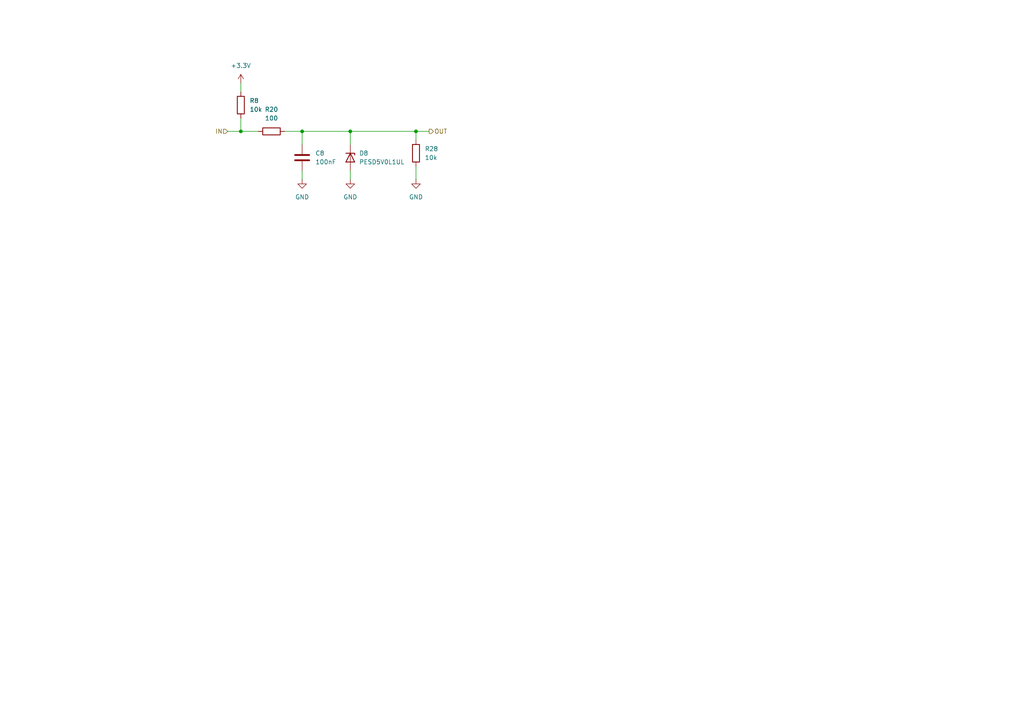
<source format=kicad_sch>
(kicad_sch
	(version 20250114)
	(generator "eeschema")
	(generator_version "9.0")
	(uuid "ee6ccbaf-746a-48cf-a995-1f83cf2486d0")
	(paper "A4")
	(lib_symbols
		(symbol "Device:C"
			(pin_numbers
				(hide yes)
			)
			(pin_names
				(offset 0.254)
			)
			(exclude_from_sim no)
			(in_bom yes)
			(on_board yes)
			(property "Reference" "C"
				(at 0.635 2.54 0)
				(effects
					(font
						(size 1.27 1.27)
					)
					(justify left)
				)
			)
			(property "Value" "C"
				(at 0.635 -2.54 0)
				(effects
					(font
						(size 1.27 1.27)
					)
					(justify left)
				)
			)
			(property "Footprint" ""
				(at 0.9652 -3.81 0)
				(effects
					(font
						(size 1.27 1.27)
					)
					(hide yes)
				)
			)
			(property "Datasheet" "~"
				(at 0 0 0)
				(effects
					(font
						(size 1.27 1.27)
					)
					(hide yes)
				)
			)
			(property "Description" "Unpolarized capacitor"
				(at 0 0 0)
				(effects
					(font
						(size 1.27 1.27)
					)
					(hide yes)
				)
			)
			(property "ki_keywords" "cap capacitor"
				(at 0 0 0)
				(effects
					(font
						(size 1.27 1.27)
					)
					(hide yes)
				)
			)
			(property "ki_fp_filters" "C_*"
				(at 0 0 0)
				(effects
					(font
						(size 1.27 1.27)
					)
					(hide yes)
				)
			)
			(symbol "C_0_1"
				(polyline
					(pts
						(xy -2.032 0.762) (xy 2.032 0.762)
					)
					(stroke
						(width 0.508)
						(type default)
					)
					(fill
						(type none)
					)
				)
				(polyline
					(pts
						(xy -2.032 -0.762) (xy 2.032 -0.762)
					)
					(stroke
						(width 0.508)
						(type default)
					)
					(fill
						(type none)
					)
				)
			)
			(symbol "C_1_1"
				(pin passive line
					(at 0 3.81 270)
					(length 2.794)
					(name "~"
						(effects
							(font
								(size 1.27 1.27)
							)
						)
					)
					(number "1"
						(effects
							(font
								(size 1.27 1.27)
							)
						)
					)
				)
				(pin passive line
					(at 0 -3.81 90)
					(length 2.794)
					(name "~"
						(effects
							(font
								(size 1.27 1.27)
							)
						)
					)
					(number "2"
						(effects
							(font
								(size 1.27 1.27)
							)
						)
					)
				)
			)
			(embedded_fonts no)
		)
		(symbol "Device:R"
			(pin_numbers
				(hide yes)
			)
			(pin_names
				(offset 0)
			)
			(exclude_from_sim no)
			(in_bom yes)
			(on_board yes)
			(property "Reference" "R"
				(at 2.032 0 90)
				(effects
					(font
						(size 1.27 1.27)
					)
				)
			)
			(property "Value" "R"
				(at 0 0 90)
				(effects
					(font
						(size 1.27 1.27)
					)
				)
			)
			(property "Footprint" ""
				(at -1.778 0 90)
				(effects
					(font
						(size 1.27 1.27)
					)
					(hide yes)
				)
			)
			(property "Datasheet" "~"
				(at 0 0 0)
				(effects
					(font
						(size 1.27 1.27)
					)
					(hide yes)
				)
			)
			(property "Description" "Resistor"
				(at 0 0 0)
				(effects
					(font
						(size 1.27 1.27)
					)
					(hide yes)
				)
			)
			(property "ki_keywords" "R res resistor"
				(at 0 0 0)
				(effects
					(font
						(size 1.27 1.27)
					)
					(hide yes)
				)
			)
			(property "ki_fp_filters" "R_*"
				(at 0 0 0)
				(effects
					(font
						(size 1.27 1.27)
					)
					(hide yes)
				)
			)
			(symbol "R_0_1"
				(rectangle
					(start -1.016 -2.54)
					(end 1.016 2.54)
					(stroke
						(width 0.254)
						(type default)
					)
					(fill
						(type none)
					)
				)
			)
			(symbol "R_1_1"
				(pin passive line
					(at 0 3.81 270)
					(length 1.27)
					(name "~"
						(effects
							(font
								(size 1.27 1.27)
							)
						)
					)
					(number "1"
						(effects
							(font
								(size 1.27 1.27)
							)
						)
					)
				)
				(pin passive line
					(at 0 -3.81 90)
					(length 1.27)
					(name "~"
						(effects
							(font
								(size 1.27 1.27)
							)
						)
					)
					(number "2"
						(effects
							(font
								(size 1.27 1.27)
							)
						)
					)
				)
			)
			(embedded_fonts no)
		)
		(symbol "Diode:PESD5V0L1UL"
			(pin_numbers
				(hide yes)
			)
			(pin_names
				(hide yes)
			)
			(exclude_from_sim no)
			(in_bom yes)
			(on_board yes)
			(property "Reference" "D"
				(at 0 2.54 0)
				(effects
					(font
						(size 1.27 1.27)
					)
				)
			)
			(property "Value" "PESD5V0L1UL"
				(at 0 -2.54 0)
				(effects
					(font
						(size 1.27 1.27)
					)
				)
			)
			(property "Footprint" "Diode_SMD:D_SOD-882"
				(at 0 -5.08 0)
				(effects
					(font
						(size 1.27 1.27)
					)
					(hide yes)
				)
			)
			(property "Datasheet" "https://assets.nexperia.com/documents/data-sheet/PESD5V0L1UL.pdf"
				(at 0 5.08 0)
				(effects
					(font
						(size 1.27 1.27)
					)
					(hide yes)
				)
			)
			(property "Description" "Low capacitance unidirectional ESD protection diode, 5V, SOD-882"
				(at 0 7.62 0)
				(effects
					(font
						(size 1.27 1.27)
					)
					(hide yes)
				)
			)
			(property "ki_keywords" "diode"
				(at 0 0 0)
				(effects
					(font
						(size 1.27 1.27)
					)
					(hide yes)
				)
			)
			(property "ki_fp_filters" "D*SOD?882"
				(at 0 0 0)
				(effects
					(font
						(size 1.27 1.27)
					)
					(hide yes)
				)
			)
			(symbol "PESD5V0L1UL_0_1"
				(polyline
					(pts
						(xy -1.27 -1.27) (xy -1.27 1.27) (xy -0.762 1.27)
					)
					(stroke
						(width 0.254)
						(type default)
					)
					(fill
						(type none)
					)
				)
				(polyline
					(pts
						(xy 1.27 0) (xy -1.27 0)
					)
					(stroke
						(width 0)
						(type default)
					)
					(fill
						(type none)
					)
				)
				(polyline
					(pts
						(xy 1.27 -1.27) (xy 1.27 1.27) (xy -1.27 0) (xy 1.27 -1.27)
					)
					(stroke
						(width 0.254)
						(type default)
					)
					(fill
						(type none)
					)
				)
			)
			(symbol "PESD5V0L1UL_1_1"
				(pin passive line
					(at -3.81 0 0)
					(length 2.54)
					(name "K"
						(effects
							(font
								(size 1.27 1.27)
							)
						)
					)
					(number "1"
						(effects
							(font
								(size 1.27 1.27)
							)
						)
					)
				)
				(pin passive line
					(at 3.81 0 180)
					(length 2.54)
					(name "A"
						(effects
							(font
								(size 1.27 1.27)
							)
						)
					)
					(number "2"
						(effects
							(font
								(size 1.27 1.27)
							)
						)
					)
				)
			)
			(embedded_fonts no)
		)
		(symbol "power:+3.3V"
			(power)
			(pin_numbers
				(hide yes)
			)
			(pin_names
				(offset 0)
				(hide yes)
			)
			(exclude_from_sim no)
			(in_bom yes)
			(on_board yes)
			(property "Reference" "#PWR"
				(at 0 -3.81 0)
				(effects
					(font
						(size 1.27 1.27)
					)
					(hide yes)
				)
			)
			(property "Value" "+3.3V"
				(at 0 3.556 0)
				(effects
					(font
						(size 1.27 1.27)
					)
				)
			)
			(property "Footprint" ""
				(at 0 0 0)
				(effects
					(font
						(size 1.27 1.27)
					)
					(hide yes)
				)
			)
			(property "Datasheet" ""
				(at 0 0 0)
				(effects
					(font
						(size 1.27 1.27)
					)
					(hide yes)
				)
			)
			(property "Description" "Power symbol creates a global label with name \"+3.3V\""
				(at 0 0 0)
				(effects
					(font
						(size 1.27 1.27)
					)
					(hide yes)
				)
			)
			(property "ki_keywords" "global power"
				(at 0 0 0)
				(effects
					(font
						(size 1.27 1.27)
					)
					(hide yes)
				)
			)
			(symbol "+3.3V_0_1"
				(polyline
					(pts
						(xy -0.762 1.27) (xy 0 2.54)
					)
					(stroke
						(width 0)
						(type default)
					)
					(fill
						(type none)
					)
				)
				(polyline
					(pts
						(xy 0 2.54) (xy 0.762 1.27)
					)
					(stroke
						(width 0)
						(type default)
					)
					(fill
						(type none)
					)
				)
				(polyline
					(pts
						(xy 0 0) (xy 0 2.54)
					)
					(stroke
						(width 0)
						(type default)
					)
					(fill
						(type none)
					)
				)
			)
			(symbol "+3.3V_1_1"
				(pin power_in line
					(at 0 0 90)
					(length 0)
					(name "~"
						(effects
							(font
								(size 1.27 1.27)
							)
						)
					)
					(number "1"
						(effects
							(font
								(size 1.27 1.27)
							)
						)
					)
				)
			)
			(embedded_fonts no)
		)
		(symbol "power:GND"
			(power)
			(pin_numbers
				(hide yes)
			)
			(pin_names
				(offset 0)
				(hide yes)
			)
			(exclude_from_sim no)
			(in_bom yes)
			(on_board yes)
			(property "Reference" "#PWR"
				(at 0 -6.35 0)
				(effects
					(font
						(size 1.27 1.27)
					)
					(hide yes)
				)
			)
			(property "Value" "GND"
				(at 0 -3.81 0)
				(effects
					(font
						(size 1.27 1.27)
					)
				)
			)
			(property "Footprint" ""
				(at 0 0 0)
				(effects
					(font
						(size 1.27 1.27)
					)
					(hide yes)
				)
			)
			(property "Datasheet" ""
				(at 0 0 0)
				(effects
					(font
						(size 1.27 1.27)
					)
					(hide yes)
				)
			)
			(property "Description" "Power symbol creates a global label with name \"GND\" , ground"
				(at 0 0 0)
				(effects
					(font
						(size 1.27 1.27)
					)
					(hide yes)
				)
			)
			(property "ki_keywords" "global power"
				(at 0 0 0)
				(effects
					(font
						(size 1.27 1.27)
					)
					(hide yes)
				)
			)
			(symbol "GND_0_1"
				(polyline
					(pts
						(xy 0 0) (xy 0 -1.27) (xy 1.27 -1.27) (xy 0 -2.54) (xy -1.27 -1.27) (xy 0 -1.27)
					)
					(stroke
						(width 0)
						(type default)
					)
					(fill
						(type none)
					)
				)
			)
			(symbol "GND_1_1"
				(pin power_in line
					(at 0 0 270)
					(length 0)
					(name "~"
						(effects
							(font
								(size 1.27 1.27)
							)
						)
					)
					(number "1"
						(effects
							(font
								(size 1.27 1.27)
							)
						)
					)
				)
			)
			(embedded_fonts no)
		)
	)
	(junction
		(at 101.6 38.1)
		(diameter 0)
		(color 0 0 0 0)
		(uuid "04d3dd8c-d86f-4de4-818f-d87717b8bc7a")
	)
	(junction
		(at 87.63 38.1)
		(diameter 0)
		(color 0 0 0 0)
		(uuid "7614bf89-de36-4e3a-a16d-7ed2f0e375d6")
	)
	(junction
		(at 69.85 38.1)
		(diameter 0)
		(color 0 0 0 0)
		(uuid "7a4fbc4a-6e98-493d-a38a-432f80367c13")
	)
	(junction
		(at 120.65 38.1)
		(diameter 0)
		(color 0 0 0 0)
		(uuid "f40e41d6-d888-48ee-b998-ac2a926e36a3")
	)
	(wire
		(pts
			(xy 87.63 49.53) (xy 87.63 52.07)
		)
		(stroke
			(width 0)
			(type default)
		)
		(uuid "16b004e5-025e-4795-bb97-f3ef40c5b159")
	)
	(wire
		(pts
			(xy 120.65 38.1) (xy 120.65 40.64)
		)
		(stroke
			(width 0)
			(type default)
		)
		(uuid "20d10a54-8e6b-47c9-a93c-1ca37a2900c0")
	)
	(wire
		(pts
			(xy 101.6 49.53) (xy 101.6 52.07)
		)
		(stroke
			(width 0)
			(type default)
		)
		(uuid "2bf37922-e170-460e-97ff-b10e618ce9b9")
	)
	(wire
		(pts
			(xy 87.63 38.1) (xy 87.63 41.91)
		)
		(stroke
			(width 0)
			(type default)
		)
		(uuid "360f0a2d-eefa-4f89-b58d-1d813c1d7315")
	)
	(wire
		(pts
			(xy 66.04 38.1) (xy 69.85 38.1)
		)
		(stroke
			(width 0)
			(type default)
		)
		(uuid "4f871dec-7940-4634-972a-b8fdf2449502")
	)
	(wire
		(pts
			(xy 101.6 38.1) (xy 120.65 38.1)
		)
		(stroke
			(width 0)
			(type default)
		)
		(uuid "948bb5fe-e4eb-4f4c-90f1-637b85eec646")
	)
	(wire
		(pts
			(xy 82.55 38.1) (xy 87.63 38.1)
		)
		(stroke
			(width 0)
			(type default)
		)
		(uuid "9ec42aac-3f45-46ef-8129-87b6b124c18f")
	)
	(wire
		(pts
			(xy 120.65 48.26) (xy 120.65 52.07)
		)
		(stroke
			(width 0)
			(type default)
		)
		(uuid "a97bc722-d7b1-42ca-b0d0-7dd480562c49")
	)
	(wire
		(pts
			(xy 120.65 38.1) (xy 124.46 38.1)
		)
		(stroke
			(width 0)
			(type default)
		)
		(uuid "af42ddd3-8deb-4465-bf5a-20d62a9b0fde")
	)
	(wire
		(pts
			(xy 69.85 24.13) (xy 69.85 26.67)
		)
		(stroke
			(width 0)
			(type default)
		)
		(uuid "c65eb932-3dc9-407c-a148-af0f156fadfc")
	)
	(wire
		(pts
			(xy 101.6 38.1) (xy 101.6 41.91)
		)
		(stroke
			(width 0)
			(type default)
		)
		(uuid "ca8a9b8f-a6a7-4016-895e-242e85990048")
	)
	(wire
		(pts
			(xy 69.85 38.1) (xy 69.85 34.29)
		)
		(stroke
			(width 0)
			(type default)
		)
		(uuid "d1f206a7-8de4-4526-be87-37c6b621ee10")
	)
	(wire
		(pts
			(xy 74.93 38.1) (xy 69.85 38.1)
		)
		(stroke
			(width 0)
			(type default)
		)
		(uuid "dfd397e8-b79d-4bd1-89ef-8e78aaf463e2")
	)
	(wire
		(pts
			(xy 87.63 38.1) (xy 101.6 38.1)
		)
		(stroke
			(width 0)
			(type default)
		)
		(uuid "f129f7be-69b6-40cc-981c-b19295ff486e")
	)
	(hierarchical_label "IN"
		(shape input)
		(at 66.04 38.1 180)
		(effects
			(font
				(size 1.27 1.27)
			)
			(justify right)
		)
		(uuid "6f5f0a95-08fb-4911-954e-c876e0bfc6d5")
	)
	(hierarchical_label "OUT"
		(shape output)
		(at 124.46 38.1 0)
		(effects
			(font
				(size 1.27 1.27)
			)
			(justify left)
		)
		(uuid "982f16d0-39e7-4185-9084-8e7f818c5cf5")
	)
	(symbol
		(lib_id "Device:R")
		(at 69.85 30.48 0)
		(unit 1)
		(exclude_from_sim no)
		(in_bom yes)
		(on_board yes)
		(dnp no)
		(fields_autoplaced yes)
		(uuid "007325ba-af6e-4fed-bf7a-496921eb6ffd")
		(property "Reference" "R1"
			(at 72.39 29.2099 0)
			(effects
				(font
					(size 1.27 1.27)
				)
				(justify left)
			)
		)
		(property "Value" "10k"
			(at 72.39 31.7499 0)
			(effects
				(font
					(size 1.27 1.27)
				)
				(justify left)
			)
		)
		(property "Footprint" "Resistor_SMD:R_0603_1608Metric"
			(at 68.072 30.48 90)
			(effects
				(font
					(size 1.27 1.27)
				)
				(hide yes)
			)
		)
		(property "Datasheet" "~"
			(at 69.85 30.48 0)
			(effects
				(font
					(size 1.27 1.27)
				)
				(hide yes)
			)
		)
		(property "Description" "Resistor"
			(at 69.85 30.48 0)
			(effects
				(font
					(size 1.27 1.27)
				)
				(hide yes)
			)
		)
		(pin "2"
			(uuid "7639b890-c075-4b54-b169-746876b7d664")
		)
		(pin "1"
			(uuid "6941dbbc-2e90-4ee1-8111-7277dde5049f")
		)
		(instances
			(project ""
				(path "/1b977d99-1d22-4971-9e37-13f65a474bc7/be4a5a19-382f-465e-8ce7-b4d36dda7d2a/09889ae5-31b6-4315-a992-420fd2a21345"
					(reference "R8")
					(unit 1)
				)
				(path "/1b977d99-1d22-4971-9e37-13f65a474bc7/be4a5a19-382f-465e-8ce7-b4d36dda7d2a/498ee43e-cb17-4bcb-97c5-78d25d4a76d9"
					(reference "R7")
					(unit 1)
				)
				(path "/1b977d99-1d22-4971-9e37-13f65a474bc7/be4a5a19-382f-465e-8ce7-b4d36dda7d2a/63227406-7c3d-4285-83a6-b42f83ceff6b"
					(reference "R2")
					(unit 1)
				)
				(path "/1b977d99-1d22-4971-9e37-13f65a474bc7/be4a5a19-382f-465e-8ce7-b4d36dda7d2a/79e0d816-1df9-4317-b364-7dca1077c0d3"
					(reference "R5")
					(unit 1)
				)
				(path "/1b977d99-1d22-4971-9e37-13f65a474bc7/be4a5a19-382f-465e-8ce7-b4d36dda7d2a/7bcfcb45-1e59-442b-9b75-6f4c16a8f83c"
					(reference "R4")
					(unit 1)
				)
				(path "/1b977d99-1d22-4971-9e37-13f65a474bc7/be4a5a19-382f-465e-8ce7-b4d36dda7d2a/8d930a81-6f29-4b62-9f3d-3538f0be8ed0"
					(reference "R6")
					(unit 1)
				)
				(path "/1b977d99-1d22-4971-9e37-13f65a474bc7/be4a5a19-382f-465e-8ce7-b4d36dda7d2a/a7a86acf-c198-486e-a42b-273da68a112d"
					(reference "R3")
					(unit 1)
				)
				(path "/1b977d99-1d22-4971-9e37-13f65a474bc7/be4a5a19-382f-465e-8ce7-b4d36dda7d2a/c68ead41-e356-4f95-bd9f-b2af4554166d"
					(reference "R1")
					(unit 1)
				)
			)
		)
	)
	(symbol
		(lib_id "power:+3.3V")
		(at 69.85 24.13 0)
		(unit 1)
		(exclude_from_sim no)
		(in_bom yes)
		(on_board yes)
		(dnp no)
		(fields_autoplaced yes)
		(uuid "2226ba7c-d55d-408e-8398-cfe2c88f9016")
		(property "Reference" "#PWR019"
			(at 69.85 27.94 0)
			(effects
				(font
					(size 1.27 1.27)
				)
				(hide yes)
			)
		)
		(property "Value" "+3.3V"
			(at 69.85 19.05 0)
			(effects
				(font
					(size 1.27 1.27)
				)
			)
		)
		(property "Footprint" ""
			(at 69.85 24.13 0)
			(effects
				(font
					(size 1.27 1.27)
				)
				(hide yes)
			)
		)
		(property "Datasheet" ""
			(at 69.85 24.13 0)
			(effects
				(font
					(size 1.27 1.27)
				)
				(hide yes)
			)
		)
		(property "Description" "Power symbol creates a global label with name \"+3.3V\""
			(at 69.85 24.13 0)
			(effects
				(font
					(size 1.27 1.27)
				)
				(hide yes)
			)
		)
		(pin "1"
			(uuid "0080a89a-7fc7-4d6c-b868-6fad57345dbb")
		)
		(instances
			(project ""
				(path "/1b977d99-1d22-4971-9e37-13f65a474bc7/be4a5a19-382f-465e-8ce7-b4d36dda7d2a/09889ae5-31b6-4315-a992-420fd2a21345"
					(reference "#PWR026")
					(unit 1)
				)
				(path "/1b977d99-1d22-4971-9e37-13f65a474bc7/be4a5a19-382f-465e-8ce7-b4d36dda7d2a/498ee43e-cb17-4bcb-97c5-78d25d4a76d9"
					(reference "#PWR025")
					(unit 1)
				)
				(path "/1b977d99-1d22-4971-9e37-13f65a474bc7/be4a5a19-382f-465e-8ce7-b4d36dda7d2a/63227406-7c3d-4285-83a6-b42f83ceff6b"
					(reference "#PWR020")
					(unit 1)
				)
				(path "/1b977d99-1d22-4971-9e37-13f65a474bc7/be4a5a19-382f-465e-8ce7-b4d36dda7d2a/79e0d816-1df9-4317-b364-7dca1077c0d3"
					(reference "#PWR023")
					(unit 1)
				)
				(path "/1b977d99-1d22-4971-9e37-13f65a474bc7/be4a5a19-382f-465e-8ce7-b4d36dda7d2a/7bcfcb45-1e59-442b-9b75-6f4c16a8f83c"
					(reference "#PWR022")
					(unit 1)
				)
				(path "/1b977d99-1d22-4971-9e37-13f65a474bc7/be4a5a19-382f-465e-8ce7-b4d36dda7d2a/8d930a81-6f29-4b62-9f3d-3538f0be8ed0"
					(reference "#PWR024")
					(unit 1)
				)
				(path "/1b977d99-1d22-4971-9e37-13f65a474bc7/be4a5a19-382f-465e-8ce7-b4d36dda7d2a/a7a86acf-c198-486e-a42b-273da68a112d"
					(reference "#PWR021")
					(unit 1)
				)
				(path "/1b977d99-1d22-4971-9e37-13f65a474bc7/be4a5a19-382f-465e-8ce7-b4d36dda7d2a/c68ead41-e356-4f95-bd9f-b2af4554166d"
					(reference "#PWR019")
					(unit 1)
				)
			)
		)
	)
	(symbol
		(lib_id "Diode:PESD5V0L1UL")
		(at 101.6 45.72 270)
		(unit 1)
		(exclude_from_sim no)
		(in_bom yes)
		(on_board yes)
		(dnp no)
		(fields_autoplaced yes)
		(uuid "47406610-ad53-496a-b323-bf2e318c7d08")
		(property "Reference" "D1"
			(at 104.14 44.4499 90)
			(effects
				(font
					(size 1.27 1.27)
				)
				(justify left)
			)
		)
		(property "Value" "PESD5V0L1UL"
			(at 104.14 46.9899 90)
			(effects
				(font
					(size 1.27 1.27)
				)
				(justify left)
			)
		)
		(property "Footprint" "Diode_SMD:D_SOD-882"
			(at 96.52 45.72 0)
			(effects
				(font
					(size 1.27 1.27)
				)
				(hide yes)
			)
		)
		(property "Datasheet" "https://assets.nexperia.com/documents/data-sheet/PESD5V0L1UL.pdf"
			(at 106.68 45.72 0)
			(effects
				(font
					(size 1.27 1.27)
				)
				(hide yes)
			)
		)
		(property "Description" "Low capacitance unidirectional ESD protection diode, 5V, SOD-882"
			(at 109.22 45.72 0)
			(effects
				(font
					(size 1.27 1.27)
				)
				(hide yes)
			)
		)
		(pin "2"
			(uuid "7ce03815-dd2e-4057-9ec0-ee681c86b9a9")
		)
		(pin "1"
			(uuid "40166b33-a66f-4a33-a812-512c79c2c29f")
		)
		(instances
			(project ""
				(path "/1b977d99-1d22-4971-9e37-13f65a474bc7/be4a5a19-382f-465e-8ce7-b4d36dda7d2a/09889ae5-31b6-4315-a992-420fd2a21345"
					(reference "D8")
					(unit 1)
				)
				(path "/1b977d99-1d22-4971-9e37-13f65a474bc7/be4a5a19-382f-465e-8ce7-b4d36dda7d2a/498ee43e-cb17-4bcb-97c5-78d25d4a76d9"
					(reference "D7")
					(unit 1)
				)
				(path "/1b977d99-1d22-4971-9e37-13f65a474bc7/be4a5a19-382f-465e-8ce7-b4d36dda7d2a/63227406-7c3d-4285-83a6-b42f83ceff6b"
					(reference "D2")
					(unit 1)
				)
				(path "/1b977d99-1d22-4971-9e37-13f65a474bc7/be4a5a19-382f-465e-8ce7-b4d36dda7d2a/79e0d816-1df9-4317-b364-7dca1077c0d3"
					(reference "D5")
					(unit 1)
				)
				(path "/1b977d99-1d22-4971-9e37-13f65a474bc7/be4a5a19-382f-465e-8ce7-b4d36dda7d2a/7bcfcb45-1e59-442b-9b75-6f4c16a8f83c"
					(reference "D4")
					(unit 1)
				)
				(path "/1b977d99-1d22-4971-9e37-13f65a474bc7/be4a5a19-382f-465e-8ce7-b4d36dda7d2a/8d930a81-6f29-4b62-9f3d-3538f0be8ed0"
					(reference "D6")
					(unit 1)
				)
				(path "/1b977d99-1d22-4971-9e37-13f65a474bc7/be4a5a19-382f-465e-8ce7-b4d36dda7d2a/a7a86acf-c198-486e-a42b-273da68a112d"
					(reference "D3")
					(unit 1)
				)
				(path "/1b977d99-1d22-4971-9e37-13f65a474bc7/be4a5a19-382f-465e-8ce7-b4d36dda7d2a/c68ead41-e356-4f95-bd9f-b2af4554166d"
					(reference "D1")
					(unit 1)
				)
			)
		)
	)
	(symbol
		(lib_id "power:GND")
		(at 87.63 52.07 0)
		(unit 1)
		(exclude_from_sim no)
		(in_bom yes)
		(on_board yes)
		(dnp no)
		(fields_autoplaced yes)
		(uuid "87617763-838a-4b47-8d9f-fad3decb8433")
		(property "Reference" "#PWR011"
			(at 87.63 58.42 0)
			(effects
				(font
					(size 1.27 1.27)
				)
				(hide yes)
			)
		)
		(property "Value" "GND"
			(at 87.63 57.15 0)
			(effects
				(font
					(size 1.27 1.27)
				)
			)
		)
		(property "Footprint" ""
			(at 87.63 52.07 0)
			(effects
				(font
					(size 1.27 1.27)
				)
				(hide yes)
			)
		)
		(property "Datasheet" ""
			(at 87.63 52.07 0)
			(effects
				(font
					(size 1.27 1.27)
				)
				(hide yes)
			)
		)
		(property "Description" "Power symbol creates a global label with name \"GND\" , ground"
			(at 87.63 52.07 0)
			(effects
				(font
					(size 1.27 1.27)
				)
				(hide yes)
			)
		)
		(pin "1"
			(uuid "f0b86ce7-cf11-4a22-bcd0-e8f79f956202")
		)
		(instances
			(project ""
				(path "/1b977d99-1d22-4971-9e37-13f65a474bc7/be4a5a19-382f-465e-8ce7-b4d36dda7d2a/09889ae5-31b6-4315-a992-420fd2a21345"
					(reference "#PWR018")
					(unit 1)
				)
				(path "/1b977d99-1d22-4971-9e37-13f65a474bc7/be4a5a19-382f-465e-8ce7-b4d36dda7d2a/498ee43e-cb17-4bcb-97c5-78d25d4a76d9"
					(reference "#PWR017")
					(unit 1)
				)
				(path "/1b977d99-1d22-4971-9e37-13f65a474bc7/be4a5a19-382f-465e-8ce7-b4d36dda7d2a/63227406-7c3d-4285-83a6-b42f83ceff6b"
					(reference "#PWR012")
					(unit 1)
				)
				(path "/1b977d99-1d22-4971-9e37-13f65a474bc7/be4a5a19-382f-465e-8ce7-b4d36dda7d2a/79e0d816-1df9-4317-b364-7dca1077c0d3"
					(reference "#PWR015")
					(unit 1)
				)
				(path "/1b977d99-1d22-4971-9e37-13f65a474bc7/be4a5a19-382f-465e-8ce7-b4d36dda7d2a/7bcfcb45-1e59-442b-9b75-6f4c16a8f83c"
					(reference "#PWR014")
					(unit 1)
				)
				(path "/1b977d99-1d22-4971-9e37-13f65a474bc7/be4a5a19-382f-465e-8ce7-b4d36dda7d2a/8d930a81-6f29-4b62-9f3d-3538f0be8ed0"
					(reference "#PWR016")
					(unit 1)
				)
				(path "/1b977d99-1d22-4971-9e37-13f65a474bc7/be4a5a19-382f-465e-8ce7-b4d36dda7d2a/a7a86acf-c198-486e-a42b-273da68a112d"
					(reference "#PWR013")
					(unit 1)
				)
				(path "/1b977d99-1d22-4971-9e37-13f65a474bc7/be4a5a19-382f-465e-8ce7-b4d36dda7d2a/c68ead41-e356-4f95-bd9f-b2af4554166d"
					(reference "#PWR011")
					(unit 1)
				)
			)
		)
	)
	(symbol
		(lib_id "Device:C")
		(at 87.63 45.72 0)
		(unit 1)
		(exclude_from_sim no)
		(in_bom yes)
		(on_board yes)
		(dnp no)
		(fields_autoplaced yes)
		(uuid "a6c9feb4-fdde-4a3c-99e7-c124a8a57d31")
		(property "Reference" "C1"
			(at 91.44 44.4499 0)
			(effects
				(font
					(size 1.27 1.27)
				)
				(justify left)
			)
		)
		(property "Value" "100nF"
			(at 91.44 46.9899 0)
			(effects
				(font
					(size 1.27 1.27)
				)
				(justify left)
			)
		)
		(property "Footprint" "Capacitor_SMD:C_0201_0603Metric"
			(at 88.5952 49.53 0)
			(effects
				(font
					(size 1.27 1.27)
				)
				(hide yes)
			)
		)
		(property "Datasheet" "~"
			(at 87.63 45.72 0)
			(effects
				(font
					(size 1.27 1.27)
				)
				(hide yes)
			)
		)
		(property "Description" "Unpolarized capacitor"
			(at 87.63 45.72 0)
			(effects
				(font
					(size 1.27 1.27)
				)
				(hide yes)
			)
		)
		(pin "1"
			(uuid "2aa49a0f-4dc5-40e6-b04a-ba073a7dd61e")
		)
		(pin "2"
			(uuid "697542a1-f0d4-437f-9ca7-9b53cbc4fe65")
		)
		(instances
			(project ""
				(path "/1b977d99-1d22-4971-9e37-13f65a474bc7/be4a5a19-382f-465e-8ce7-b4d36dda7d2a/09889ae5-31b6-4315-a992-420fd2a21345"
					(reference "C8")
					(unit 1)
				)
				(path "/1b977d99-1d22-4971-9e37-13f65a474bc7/be4a5a19-382f-465e-8ce7-b4d36dda7d2a/498ee43e-cb17-4bcb-97c5-78d25d4a76d9"
					(reference "C7")
					(unit 1)
				)
				(path "/1b977d99-1d22-4971-9e37-13f65a474bc7/be4a5a19-382f-465e-8ce7-b4d36dda7d2a/63227406-7c3d-4285-83a6-b42f83ceff6b"
					(reference "C2")
					(unit 1)
				)
				(path "/1b977d99-1d22-4971-9e37-13f65a474bc7/be4a5a19-382f-465e-8ce7-b4d36dda7d2a/79e0d816-1df9-4317-b364-7dca1077c0d3"
					(reference "C5")
					(unit 1)
				)
				(path "/1b977d99-1d22-4971-9e37-13f65a474bc7/be4a5a19-382f-465e-8ce7-b4d36dda7d2a/7bcfcb45-1e59-442b-9b75-6f4c16a8f83c"
					(reference "C4")
					(unit 1)
				)
				(path "/1b977d99-1d22-4971-9e37-13f65a474bc7/be4a5a19-382f-465e-8ce7-b4d36dda7d2a/8d930a81-6f29-4b62-9f3d-3538f0be8ed0"
					(reference "C6")
					(unit 1)
				)
				(path "/1b977d99-1d22-4971-9e37-13f65a474bc7/be4a5a19-382f-465e-8ce7-b4d36dda7d2a/a7a86acf-c198-486e-a42b-273da68a112d"
					(reference "C3")
					(unit 1)
				)
				(path "/1b977d99-1d22-4971-9e37-13f65a474bc7/be4a5a19-382f-465e-8ce7-b4d36dda7d2a/c68ead41-e356-4f95-bd9f-b2af4554166d"
					(reference "C1")
					(unit 1)
				)
			)
		)
	)
	(symbol
		(lib_id "Device:R")
		(at 120.65 44.45 0)
		(unit 1)
		(exclude_from_sim no)
		(in_bom yes)
		(on_board yes)
		(dnp no)
		(fields_autoplaced yes)
		(uuid "d8ee4e96-059f-4ee8-8a39-ce0c50b432b2")
		(property "Reference" "R21"
			(at 123.19 43.1799 0)
			(effects
				(font
					(size 1.27 1.27)
				)
				(justify left)
			)
		)
		(property "Value" "10k"
			(at 123.19 45.7199 0)
			(effects
				(font
					(size 1.27 1.27)
				)
				(justify left)
			)
		)
		(property "Footprint" "Resistor_SMD:R_0603_1608Metric"
			(at 118.872 44.45 90)
			(effects
				(font
					(size 1.27 1.27)
				)
				(hide yes)
			)
		)
		(property "Datasheet" "~"
			(at 120.65 44.45 0)
			(effects
				(font
					(size 1.27 1.27)
				)
				(hide yes)
			)
		)
		(property "Description" "Resistor"
			(at 120.65 44.45 0)
			(effects
				(font
					(size 1.27 1.27)
				)
				(hide yes)
			)
		)
		(pin "2"
			(uuid "85727843-6ec2-4574-8b0d-2f112b22be84")
		)
		(pin "1"
			(uuid "1d4c7935-f8af-4690-a758-42d22b1d5564")
		)
		(instances
			(project "Micro_puerta"
				(path "/1b977d99-1d22-4971-9e37-13f65a474bc7/be4a5a19-382f-465e-8ce7-b4d36dda7d2a/09889ae5-31b6-4315-a992-420fd2a21345"
					(reference "R28")
					(unit 1)
				)
				(path "/1b977d99-1d22-4971-9e37-13f65a474bc7/be4a5a19-382f-465e-8ce7-b4d36dda7d2a/498ee43e-cb17-4bcb-97c5-78d25d4a76d9"
					(reference "R27")
					(unit 1)
				)
				(path "/1b977d99-1d22-4971-9e37-13f65a474bc7/be4a5a19-382f-465e-8ce7-b4d36dda7d2a/63227406-7c3d-4285-83a6-b42f83ceff6b"
					(reference "R22")
					(unit 1)
				)
				(path "/1b977d99-1d22-4971-9e37-13f65a474bc7/be4a5a19-382f-465e-8ce7-b4d36dda7d2a/79e0d816-1df9-4317-b364-7dca1077c0d3"
					(reference "R25")
					(unit 1)
				)
				(path "/1b977d99-1d22-4971-9e37-13f65a474bc7/be4a5a19-382f-465e-8ce7-b4d36dda7d2a/7bcfcb45-1e59-442b-9b75-6f4c16a8f83c"
					(reference "R24")
					(unit 1)
				)
				(path "/1b977d99-1d22-4971-9e37-13f65a474bc7/be4a5a19-382f-465e-8ce7-b4d36dda7d2a/8d930a81-6f29-4b62-9f3d-3538f0be8ed0"
					(reference "R26")
					(unit 1)
				)
				(path "/1b977d99-1d22-4971-9e37-13f65a474bc7/be4a5a19-382f-465e-8ce7-b4d36dda7d2a/a7a86acf-c198-486e-a42b-273da68a112d"
					(reference "R23")
					(unit 1)
				)
				(path "/1b977d99-1d22-4971-9e37-13f65a474bc7/be4a5a19-382f-465e-8ce7-b4d36dda7d2a/c68ead41-e356-4f95-bd9f-b2af4554166d"
					(reference "R21")
					(unit 1)
				)
			)
		)
	)
	(symbol
		(lib_id "Device:R")
		(at 78.74 38.1 90)
		(unit 1)
		(exclude_from_sim no)
		(in_bom yes)
		(on_board yes)
		(dnp no)
		(fields_autoplaced yes)
		(uuid "d946cb3e-2115-4923-a5a1-080c8b6ed092")
		(property "Reference" "R13"
			(at 78.74 31.75 90)
			(effects
				(font
					(size 1.27 1.27)
				)
			)
		)
		(property "Value" "100"
			(at 78.74 34.29 90)
			(effects
				(font
					(size 1.27 1.27)
				)
			)
		)
		(property "Footprint" "Resistor_SMD:R_0603_1608Metric"
			(at 78.74 39.878 90)
			(effects
				(font
					(size 1.27 1.27)
				)
				(hide yes)
			)
		)
		(property "Datasheet" "~"
			(at 78.74 38.1 0)
			(effects
				(font
					(size 1.27 1.27)
				)
				(hide yes)
			)
		)
		(property "Description" "Resistor"
			(at 78.74 38.1 0)
			(effects
				(font
					(size 1.27 1.27)
				)
				(hide yes)
			)
		)
		(pin "2"
			(uuid "28cc911e-760d-4b4c-b4a1-c605955f2b30")
		)
		(pin "1"
			(uuid "1a02ca89-a378-4a11-9438-4b4599223812")
		)
		(instances
			(project "Micro_puerta"
				(path "/1b977d99-1d22-4971-9e37-13f65a474bc7/be4a5a19-382f-465e-8ce7-b4d36dda7d2a/09889ae5-31b6-4315-a992-420fd2a21345"
					(reference "R20")
					(unit 1)
				)
				(path "/1b977d99-1d22-4971-9e37-13f65a474bc7/be4a5a19-382f-465e-8ce7-b4d36dda7d2a/498ee43e-cb17-4bcb-97c5-78d25d4a76d9"
					(reference "R19")
					(unit 1)
				)
				(path "/1b977d99-1d22-4971-9e37-13f65a474bc7/be4a5a19-382f-465e-8ce7-b4d36dda7d2a/63227406-7c3d-4285-83a6-b42f83ceff6b"
					(reference "R14")
					(unit 1)
				)
				(path "/1b977d99-1d22-4971-9e37-13f65a474bc7/be4a5a19-382f-465e-8ce7-b4d36dda7d2a/79e0d816-1df9-4317-b364-7dca1077c0d3"
					(reference "R17")
					(unit 1)
				)
				(path "/1b977d99-1d22-4971-9e37-13f65a474bc7/be4a5a19-382f-465e-8ce7-b4d36dda7d2a/7bcfcb45-1e59-442b-9b75-6f4c16a8f83c"
					(reference "R16")
					(unit 1)
				)
				(path "/1b977d99-1d22-4971-9e37-13f65a474bc7/be4a5a19-382f-465e-8ce7-b4d36dda7d2a/8d930a81-6f29-4b62-9f3d-3538f0be8ed0"
					(reference "R18")
					(unit 1)
				)
				(path "/1b977d99-1d22-4971-9e37-13f65a474bc7/be4a5a19-382f-465e-8ce7-b4d36dda7d2a/a7a86acf-c198-486e-a42b-273da68a112d"
					(reference "R15")
					(unit 1)
				)
				(path "/1b977d99-1d22-4971-9e37-13f65a474bc7/be4a5a19-382f-465e-8ce7-b4d36dda7d2a/c68ead41-e356-4f95-bd9f-b2af4554166d"
					(reference "R13")
					(unit 1)
				)
			)
		)
	)
	(symbol
		(lib_id "power:GND")
		(at 120.65 52.07 0)
		(unit 1)
		(exclude_from_sim no)
		(in_bom yes)
		(on_board yes)
		(dnp no)
		(fields_autoplaced yes)
		(uuid "e8576de5-6428-4a82-9e09-b452694fed3b")
		(property "Reference" "#PWR035"
			(at 120.65 58.42 0)
			(effects
				(font
					(size 1.27 1.27)
				)
				(hide yes)
			)
		)
		(property "Value" "GND"
			(at 120.65 57.15 0)
			(effects
				(font
					(size 1.27 1.27)
				)
			)
		)
		(property "Footprint" ""
			(at 120.65 52.07 0)
			(effects
				(font
					(size 1.27 1.27)
				)
				(hide yes)
			)
		)
		(property "Datasheet" ""
			(at 120.65 52.07 0)
			(effects
				(font
					(size 1.27 1.27)
				)
				(hide yes)
			)
		)
		(property "Description" "Power symbol creates a global label with name \"GND\" , ground"
			(at 120.65 52.07 0)
			(effects
				(font
					(size 1.27 1.27)
				)
				(hide yes)
			)
		)
		(pin "1"
			(uuid "7d6ac083-5849-4867-aa12-e3f345ba8861")
		)
		(instances
			(project "Micro_puerta"
				(path "/1b977d99-1d22-4971-9e37-13f65a474bc7/be4a5a19-382f-465e-8ce7-b4d36dda7d2a/09889ae5-31b6-4315-a992-420fd2a21345"
					(reference "#PWR042")
					(unit 1)
				)
				(path "/1b977d99-1d22-4971-9e37-13f65a474bc7/be4a5a19-382f-465e-8ce7-b4d36dda7d2a/498ee43e-cb17-4bcb-97c5-78d25d4a76d9"
					(reference "#PWR041")
					(unit 1)
				)
				(path "/1b977d99-1d22-4971-9e37-13f65a474bc7/be4a5a19-382f-465e-8ce7-b4d36dda7d2a/63227406-7c3d-4285-83a6-b42f83ceff6b"
					(reference "#PWR036")
					(unit 1)
				)
				(path "/1b977d99-1d22-4971-9e37-13f65a474bc7/be4a5a19-382f-465e-8ce7-b4d36dda7d2a/79e0d816-1df9-4317-b364-7dca1077c0d3"
					(reference "#PWR039")
					(unit 1)
				)
				(path "/1b977d99-1d22-4971-9e37-13f65a474bc7/be4a5a19-382f-465e-8ce7-b4d36dda7d2a/7bcfcb45-1e59-442b-9b75-6f4c16a8f83c"
					(reference "#PWR038")
					(unit 1)
				)
				(path "/1b977d99-1d22-4971-9e37-13f65a474bc7/be4a5a19-382f-465e-8ce7-b4d36dda7d2a/8d930a81-6f29-4b62-9f3d-3538f0be8ed0"
					(reference "#PWR040")
					(unit 1)
				)
				(path "/1b977d99-1d22-4971-9e37-13f65a474bc7/be4a5a19-382f-465e-8ce7-b4d36dda7d2a/a7a86acf-c198-486e-a42b-273da68a112d"
					(reference "#PWR037")
					(unit 1)
				)
				(path "/1b977d99-1d22-4971-9e37-13f65a474bc7/be4a5a19-382f-465e-8ce7-b4d36dda7d2a/c68ead41-e356-4f95-bd9f-b2af4554166d"
					(reference "#PWR035")
					(unit 1)
				)
			)
		)
	)
	(symbol
		(lib_id "power:GND")
		(at 101.6 52.07 0)
		(unit 1)
		(exclude_from_sim no)
		(in_bom yes)
		(on_board yes)
		(dnp no)
		(fields_autoplaced yes)
		(uuid "f366ae73-3313-4036-b72c-856fcd4fe4c2")
		(property "Reference" "#PWR027"
			(at 101.6 58.42 0)
			(effects
				(font
					(size 1.27 1.27)
				)
				(hide yes)
			)
		)
		(property "Value" "GND"
			(at 101.6 57.15 0)
			(effects
				(font
					(size 1.27 1.27)
				)
			)
		)
		(property "Footprint" ""
			(at 101.6 52.07 0)
			(effects
				(font
					(size 1.27 1.27)
				)
				(hide yes)
			)
		)
		(property "Datasheet" ""
			(at 101.6 52.07 0)
			(effects
				(font
					(size 1.27 1.27)
				)
				(hide yes)
			)
		)
		(property "Description" "Power symbol creates a global label with name \"GND\" , ground"
			(at 101.6 52.07 0)
			(effects
				(font
					(size 1.27 1.27)
				)
				(hide yes)
			)
		)
		(pin "1"
			(uuid "1d40f7b5-d7d2-4164-acc3-c5ef510ce824")
		)
		(instances
			(project "Micro_puerta"
				(path "/1b977d99-1d22-4971-9e37-13f65a474bc7/be4a5a19-382f-465e-8ce7-b4d36dda7d2a/09889ae5-31b6-4315-a992-420fd2a21345"
					(reference "#PWR034")
					(unit 1)
				)
				(path "/1b977d99-1d22-4971-9e37-13f65a474bc7/be4a5a19-382f-465e-8ce7-b4d36dda7d2a/498ee43e-cb17-4bcb-97c5-78d25d4a76d9"
					(reference "#PWR033")
					(unit 1)
				)
				(path "/1b977d99-1d22-4971-9e37-13f65a474bc7/be4a5a19-382f-465e-8ce7-b4d36dda7d2a/63227406-7c3d-4285-83a6-b42f83ceff6b"
					(reference "#PWR028")
					(unit 1)
				)
				(path "/1b977d99-1d22-4971-9e37-13f65a474bc7/be4a5a19-382f-465e-8ce7-b4d36dda7d2a/79e0d816-1df9-4317-b364-7dca1077c0d3"
					(reference "#PWR031")
					(unit 1)
				)
				(path "/1b977d99-1d22-4971-9e37-13f65a474bc7/be4a5a19-382f-465e-8ce7-b4d36dda7d2a/7bcfcb45-1e59-442b-9b75-6f4c16a8f83c"
					(reference "#PWR030")
					(unit 1)
				)
				(path "/1b977d99-1d22-4971-9e37-13f65a474bc7/be4a5a19-382f-465e-8ce7-b4d36dda7d2a/8d930a81-6f29-4b62-9f3d-3538f0be8ed0"
					(reference "#PWR032")
					(unit 1)
				)
				(path "/1b977d99-1d22-4971-9e37-13f65a474bc7/be4a5a19-382f-465e-8ce7-b4d36dda7d2a/a7a86acf-c198-486e-a42b-273da68a112d"
					(reference "#PWR029")
					(unit 1)
				)
				(path "/1b977d99-1d22-4971-9e37-13f65a474bc7/be4a5a19-382f-465e-8ce7-b4d36dda7d2a/c68ead41-e356-4f95-bd9f-b2af4554166d"
					(reference "#PWR027")
					(unit 1)
				)
			)
		)
	)
)

</source>
